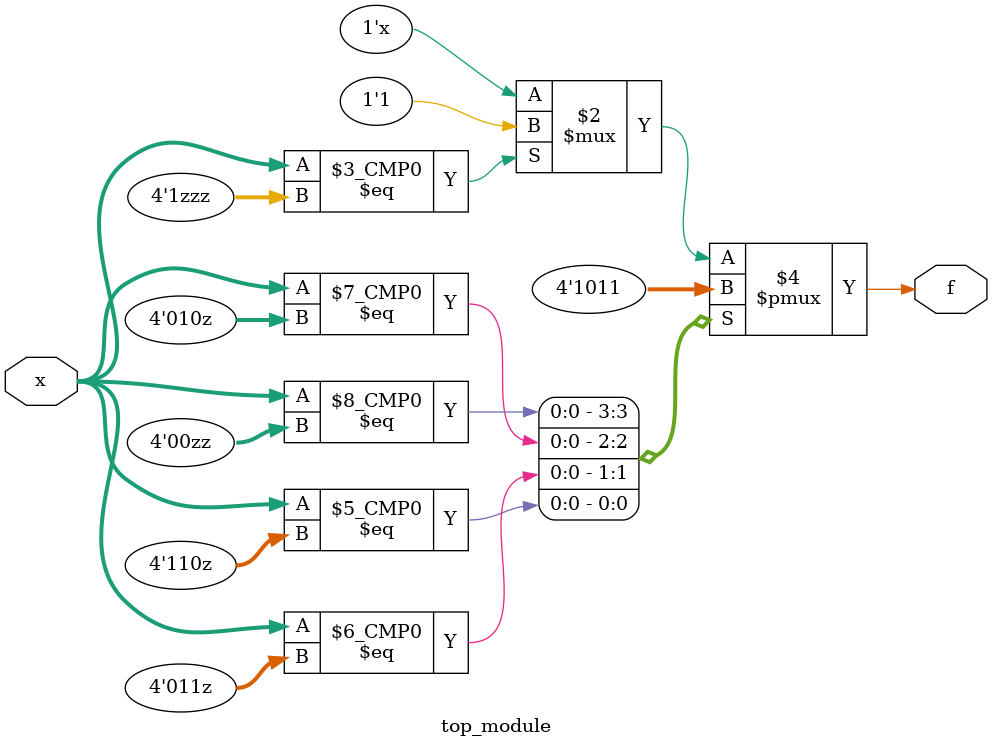
<source format=sv>
module top_module (
    input [4:1] x,
    output logic f
);

always_comb begin
    case (x)
        4'b00??: f = 1;     // when x[3]=0, x[4]=0
        4'b010?: f = 0;     // when x[3]=0, x[4]=1
        4'b011?: f = 1;     // when x[3]=0, x[4]=1
        4'b110?: f = 1;     // when x[3]=1, x[4]=0
        4'b1???: f = 1;     // when x[3]=1, x[4]=1
        default: f = 1;      // for all other cases
    endcase
end

endmodule

</source>
